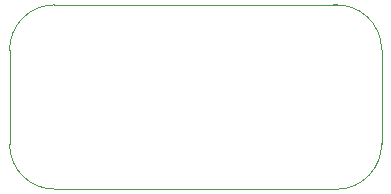
<source format=gko>
%TF.GenerationSoftware,KiCad,Pcbnew,4.0.7-e2-6376~58~ubuntu16.04.1*%
%TF.CreationDate,2018-02-09T07:07:29-08:00*%
%TF.ProjectId,2x4-Grove-Sensor-Inline,3278342D47726F76652D53656E736F72,1.0*%
%TF.FileFunction,Profile,NP*%
%FSLAX46Y46*%
G04 Gerber Fmt 4.6, Leading zero omitted, Abs format (unit mm)*
G04 Created by KiCad (PCBNEW 4.0.7-e2-6376~58~ubuntu16.04.1) date Fri Feb  9 07:07:29 2018*
%MOMM*%
%LPD*%
G01*
G04 APERTURE LIST*
%ADD10C,0.350000*%
%ADD11C,0.040640*%
G04 APERTURE END LIST*
D10*
D11*
X60934600Y-77866400D02*
G75*
G03X64627968Y-73966580I-106632J3799820D01*
G01*
X64634600Y-66066400D02*
G75*
G03X60522776Y-62266400I-3811824J0D01*
G01*
X36934600Y-62265084D02*
G75*
G03X33134600Y-66166400I0J-3801316D01*
G01*
X33133284Y-74066400D02*
G75*
G03X37034600Y-77866400I3801316J0D01*
G01*
X33134600Y-74066400D02*
X33134600Y-66066400D01*
X36934600Y-77866400D02*
X60934600Y-77866400D01*
X36934600Y-62266400D02*
X60934600Y-62266400D01*
X64634600Y-74066400D02*
X64634600Y-66066400D01*
M02*

</source>
